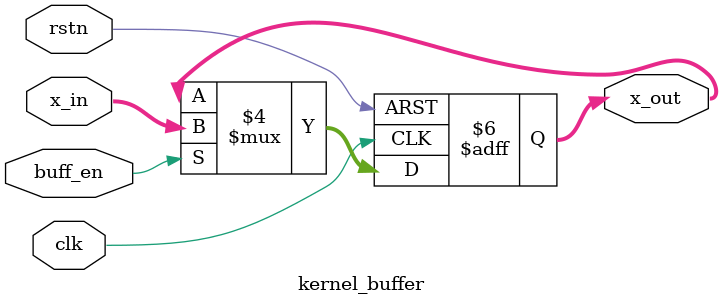
<source format=v>
`timescale 1ns / 1ps

module kernel_buffer(
    clk,
    rstn,
    buff_en,
    x_in,

    x_out
);
    ////////////////////////////////////////// Parameters ////////////////////////////////////////////
    parameter DATA_WIDTH = 16;
    parameter      UNITS = 10;
    ////////////////////////////////////// Port declaration ////////////////////////////////////////////
    input                  clk;
    input                  buff_en;
    input                  rstn;
    input [(DATA_WIDTH*UNITS)-1:0] x_in;

    output reg [(DATA_WIDTH*UNITS)-1:0] x_out;

    //////////////////////////////////////////// Code /////////////////////////////////////////////////
    always@(posedge clk, negedge rstn)
    begin
        if (~rstn) begin
            x_out <= 0;
        end else begin
            if (buff_en) begin
                x_out <= x_in;
            end else begin
                x_out <= x_out;
            end
        end
    end

endmodule
</source>
